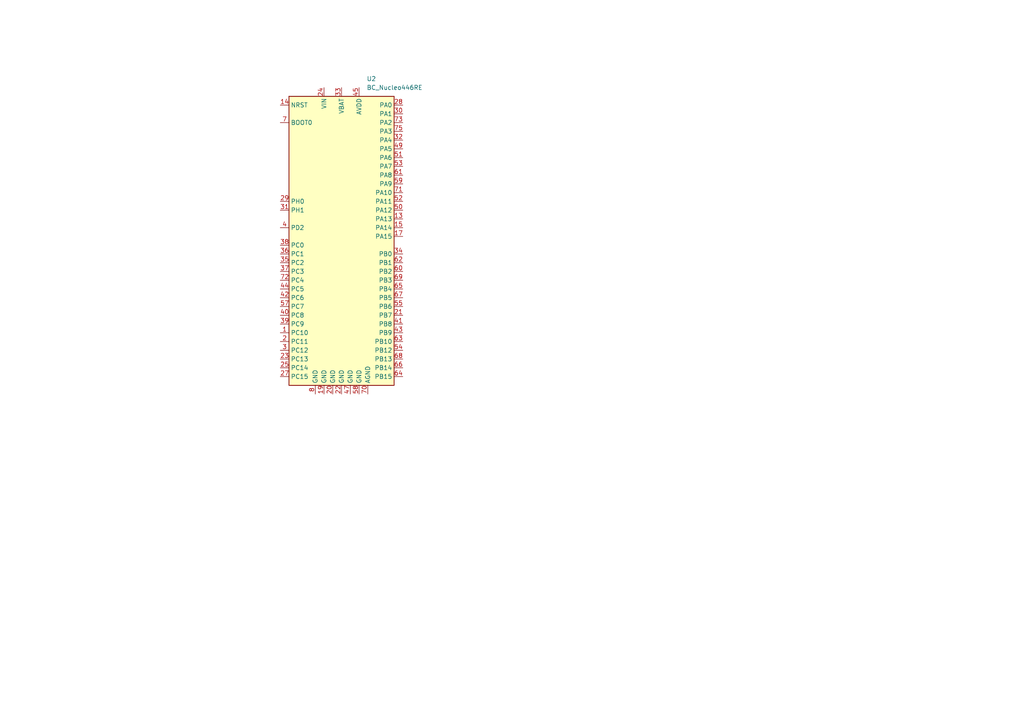
<source format=kicad_sch>
(kicad_sch (version 20231120) (generator "eeschema") (generator_version "8.0")
  (paper "A4")
  (lib_symbols
    (symbol "BC_Nucleo_boards:BC_Nucleo446RE"
      (property "Reference" "U" (at -15.24 41.91 0))
      (property "Value" "BC_Nucleo446RE" (at 10.16 41.91 0))
      (symbol "BC_Nucleo446RE_0_1"
        (rectangle (start -15.24 -43.18) (end 15.24 40.64) (stroke (width 0.254)) (fill (type background)))
      )
      (symbol "BC_Nucleo446RE_1_1"
        (pin bidirectional line (at -17.78 -27.94 0) (length 2.54) (name "PC10") (number "1"))
        (pin bidirectional line (at 17.78 5.08 180) (length 2.54) (name "PA13") (number "13"))
        (pin input line (at -17.78 38.1 0) (length 2.54) (name "NRST") (number "14"))
        (pin bidirectional line (at 17.78 2.54 180) (length 2.54) (name "PA14") (number "15"))
        (pin bidirectional line (at 17.78 0 180) (length 2.54) (name "PA15") (number "17"))
        (pin power_in line (at -5.08 -45.72 90) (length 2.54) (name "GND") (number "19"))
        (pin bidirectional line (at -17.78 -30.48 0) (length 2.54) (name "PC11") (number "2"))
        (pin power_in line (at -2.54 -45.72 90) (length 2.54) (name "GND") (number "20"))
        (pin bidirectional line (at 17.78 -22.86 180) (length 2.54) (name "PB7") (number "21"))
        (pin power_in line (at 0 -45.72 90) (length 2.54) (name "GND") (number "22"))
        (pin bidirectional line (at -17.78 -35.56 0) (length 2.54) (name "PC13") (number "23"))
        (pin power_in line (at -5.08 43.18 270) (length 2.54) (name "VIN") (number "24"))
        (pin bidirectional line (at -17.78 -38.1 0) (length 2.54) (name "PC14") (number "25"))
        (pin bidirectional line (at -17.78 -40.64 0) (length 2.54) (name "PC15") (number "27"))
        (pin bidirectional line (at 17.78 38.1 180) (length 2.54) (name "PA0") (number "28"))
        (pin input line (at -17.78 10.16 0) (length 2.54) (name "PH0") (number "29"))
        (pin bidirectional line (at -17.78 -33.02 0) (length 2.54) (name "PC12") (number "3"))
        (pin bidirectional line (at 17.78 35.56 180) (length 2.54) (name "PA1") (number "30"))
        (pin input line (at -17.78 7.62 0) (length 2.54) (name "PH1") (number "31"))
        (pin bidirectional line (at 17.78 27.94 180) (length 2.54) (name "PA4") (number "32"))
        (pin bidirectional line (at 0 43.18 270) (length 2.54) (name "VBAT") (number "33"))
        (pin bidirectional line (at 17.78 -5.08 180) (length 2.54) (name "PB0") (number "34"))
        (pin bidirectional line (at -17.78 -7.62 0) (length 2.54) (name "PC2") (number "35"))
        (pin bidirectional line (at -17.78 -5.08 0) (length 2.54) (name "PC1") (number "36"))
        (pin bidirectional line (at -17.78 -10.16 0) (length 2.54) (name "PC3") (number "37"))
        (pin bidirectional line (at -17.78 -2.54 0) (length 2.54) (name "PC0") (number "38"))
        (pin bidirectional line (at -17.78 -25.4 0) (length 2.54) (name "PC9") (number "39"))
        (pin bidirectional line (at -17.78 2.54 0) (length 2.54) (name "PD2") (number "4"))
        (pin bidirectional line (at -17.78 -22.86 0) (length 2.54) (name "PC8") (number "40"))
        (pin bidirectional line (at 17.78 -25.4 180) (length 2.54) (name "PB8") (number "41"))
        (pin bidirectional line (at -17.78 -17.78 0) (length 2.54) (name "PC6") (number "42"))
        (pin bidirectional line (at 17.78 -27.94 180) (length 2.54) (name "PB9") (number "43"))
        (pin bidirectional line (at -17.78 -15.24 0) (length 2.54) (name "PC5") (number "44"))
        (pin bidirectional line (at 5.08 43.18 270) (length 2.54) (name "AVDD") (number "45"))
        (pin bidirectional line (at 2.54 -45.72 90) (length 2.54) (name "GND") (number "47"))
        (pin bidirectional line (at 17.78 25.4 180) (length 2.54) (name "PA5") (number "49"))
        (pin bidirectional line (at 17.78 7.62 180) (length 2.54) (name "PA12") (number "50"))
        (pin bidirectional line (at 17.78 22.86 180) (length 2.54) (name "PA6") (number "51"))
        (pin bidirectional line (at 17.78 10.16 180) (length 2.54) (name "PA11") (number "52"))
        (pin bidirectional line (at 17.78 20.32 180) (length 2.54) (name "PA7") (number "53"))
        (pin bidirectional line (at 17.78 -33.02 180) (length 2.54) (name "PB12") (number "54"))
        (pin bidirectional line (at 17.78 -20.32 180) (length 2.54) (name "PB6") (number "55"))
        (pin bidirectional line (at -17.78 -20.32 0) (length 2.54) (name "PC7") (number "57"))
        (pin bidirectional line (at 5.08 -45.72 90) (length 2.54) (name "GND") (number "58"))
        (pin bidirectional line (at 17.78 15.24 180) (length 2.54) (name "PA9") (number "59"))
        (pin bidirectional line (at 17.78 -10.16 180) (length 2.54) (name "PB2") (number "60"))
        (pin bidirectional line (at 17.78 17.78 180) (length 2.54) (name "PA8") (number "61"))
        (pin bidirectional line (at 17.78 -7.62 180) (length 2.54) (name "PB1") (number "62"))
        (pin bidirectional line (at 17.78 -30.48 180) (length 2.54) (name "PB10") (number "63"))
        (pin bidirectional line (at 17.78 -40.64 180) (length 2.54) (name "PB15") (number "64"))
        (pin bidirectional line (at 17.78 -15.24 180) (length 2.54) (name "PB4") (number "65"))
        (pin bidirectional line (at 17.78 -38.1 180) (length 2.54) (name "PB14") (number "66"))
        (pin bidirectional line (at 17.78 -17.78 180) (length 2.54) (name "PB5") (number "67"))
        (pin bidirectional line (at 17.78 -35.56 180) (length 2.54) (name "PB13") (number "68"))
        (pin bidirectional line (at 17.78 -12.7 180) (length 2.54) (name "PB3") (number "69"))
        (pin input line (at -17.78 33.02 0) (length 2.54) (name "BOOT0") (number "7"))
        (pin bidirectional line (at 7.62 -45.72 90) (length 2.54) (name "AGND") (number "70"))
        (pin bidirectional line (at 17.78 12.7 180) (length 2.54) (name "PA10") (number "71"))
        (pin bidirectional line (at -17.78 -12.7 0) (length 2.54) (name "PC4") (number "72"))
        (pin bidirectional line (at 17.78 33.02 180) (length 2.54) (name "PA2") (number "73"))
        (pin bidirectional line (at 17.78 30.48 180) (length 2.54) (name "PA3") (number "75"))
        (pin power_in line (at -7.62 -45.72 90) (length 2.54) (name "GND") (number "8"))
      )
    )
  )
  (symbol (lib_id "BC_Nucleo_boards:BC_Nucleo446RE") (at 99.06 68.58 0) (unit 1)
    (property "Reference" "U2" (at 106.3341 22.86 0) (effects (justify left)))
    (property "Value" "BC_Nucleo446RE" (at 106.3341 25.4 0) (effects (justify left)))
    (property "Footprint" "Package_QFP:LQFP-64_10x10mm_P0.5mm" (effects (hide yes)))
  )
)
</source>
